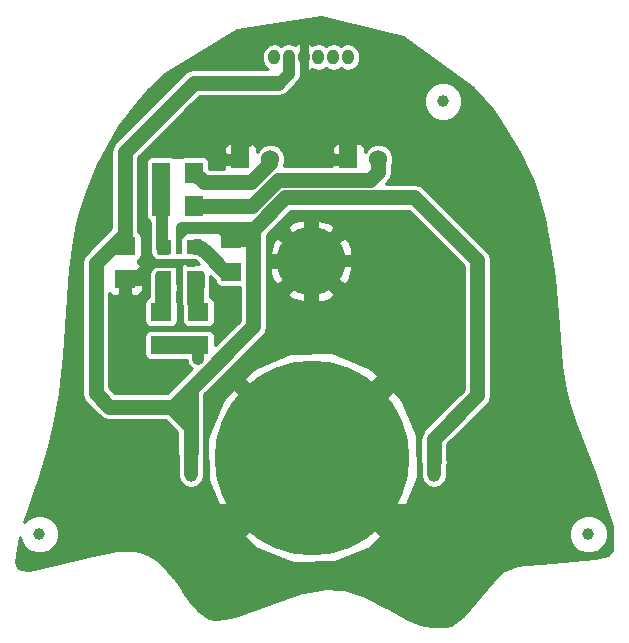
<source format=gbr>
G04 #@! TF.FileFunction,Copper,L2,Bot,Signal*
%FSLAX46Y46*%
G04 Gerber Fmt 4.6, Leading zero omitted, Abs format (unit mm)*
G04 Created by KiCad (PCBNEW 201610121319+7306~55~ubuntu14.04.1-) date Wed Oct 19 15:16:13 2016*
%MOMM*%
%LPD*%
G01*
G04 APERTURE LIST*
%ADD10C,0.100000*%
%ADD11O,1.110000X4.060000*%
%ADD12C,16.500000*%
%ADD13R,1.778000X1.524000*%
%ADD14O,1.000000X1.300000*%
%ADD15R,1.524000X1.524000*%
%ADD16C,1.524000*%
%ADD17R,1.524000X1.778000*%
%ADD18R,0.550000X1.200000*%
%ADD19C,5.800000*%
%ADD20C,1.000000*%
%ADD21C,0.600000*%
%ADD22C,0.508000*%
%ADD23C,1.016000*%
%ADD24C,1.270000*%
%ADD25C,1.524000*%
%ADD26C,2.032000*%
%ADD27C,0.762000*%
%ADD28C,0.254000*%
%ADD29C,0.203200*%
G04 APERTURE END LIST*
D10*
D11*
X116459000Y-87503000D03*
D12*
X106172000Y-87503000D03*
D11*
X95885000Y-87503000D03*
D13*
X90297000Y-69596000D03*
X90297000Y-72390000D03*
D14*
X102920000Y-53594000D03*
X104170000Y-53594000D03*
X105420000Y-53594000D03*
X106670000Y-53594000D03*
X107920000Y-53594000D03*
X109170000Y-53594000D03*
D15*
X100076000Y-62230000D03*
D16*
X102616000Y-62230000D03*
X111760000Y-62230000D03*
D15*
X109220000Y-62230000D03*
D17*
X93345000Y-63373000D03*
X96139000Y-63373000D03*
X96139000Y-66167000D03*
X93345000Y-66167000D03*
D13*
X93345000Y-75184000D03*
X93345000Y-77978000D03*
X96520000Y-77978000D03*
X96520000Y-75184000D03*
X99314000Y-68961000D03*
X99314000Y-71755000D03*
D18*
X95832600Y-72281695D03*
X94882600Y-72281695D03*
X93932600Y-72281695D03*
X93932600Y-69681495D03*
X94882600Y-69681495D03*
X95832600Y-69681495D03*
D19*
X106045000Y-70866000D03*
D20*
X83058000Y-93980000D03*
X117221000Y-57340500D03*
X129540000Y-93980000D03*
D21*
X123571000Y-65405000D03*
X122809000Y-64643000D03*
X122047000Y-63881000D03*
X121285000Y-63119000D03*
X120523000Y-62357000D03*
X119824500Y-61658500D03*
X119126000Y-60960000D03*
X118491000Y-60325000D03*
X117856000Y-59690000D03*
X90297000Y-81407000D03*
X90297000Y-73787000D03*
X90297000Y-74549000D03*
X90297000Y-75311000D03*
X90297000Y-76073000D03*
X90297000Y-76835000D03*
X90297000Y-77597000D03*
X90297000Y-78359000D03*
X90297000Y-79121000D03*
X90297000Y-79883000D03*
X90297000Y-80645000D03*
X127000000Y-92456000D03*
X125603000Y-92456000D03*
X124206000Y-92456000D03*
X122936000Y-92456000D03*
X121539000Y-92456000D03*
X120142000Y-92456000D03*
X118745000Y-92456000D03*
X117475000Y-92456000D03*
X116205000Y-92456000D03*
X114935000Y-92456000D03*
X86487000Y-92456000D03*
X87503000Y-92456000D03*
X88519000Y-92456000D03*
X89535000Y-92456000D03*
X90678000Y-92456000D03*
X91694000Y-92456000D03*
X92837000Y-92456000D03*
X93853000Y-92456000D03*
X94996000Y-92456000D03*
X96012000Y-92456000D03*
X97028000Y-92456000D03*
X98044000Y-92456000D03*
X112522000Y-81153000D03*
X113157000Y-80518000D03*
X115951000Y-77724000D03*
X115189000Y-78486000D03*
X113284000Y-70866000D03*
X112649000Y-70866000D03*
X112014000Y-70866000D03*
X111379000Y-70866000D03*
X110744000Y-70866000D03*
X110109000Y-70866000D03*
X109474000Y-70866000D03*
X94869000Y-70993000D03*
X96520000Y-79121000D03*
X93345000Y-73660000D03*
X96520000Y-73634600D03*
X96774000Y-69723000D03*
D22*
X95059500Y-67818000D02*
X95783400Y-67818000D01*
X95783400Y-67818000D02*
X96012000Y-68046600D01*
X94882600Y-67994900D02*
X95059500Y-67818000D01*
X94882600Y-68573495D02*
X94882600Y-67994900D01*
D23*
X98399600Y-68046600D02*
X96012000Y-68046600D01*
X96012000Y-68046600D02*
X95567500Y-68046600D01*
D22*
X94882600Y-69681495D02*
X94882600Y-68933533D01*
X94882600Y-68933533D02*
X95769533Y-68046600D01*
X95769533Y-68046600D02*
X96012000Y-68046600D01*
X94882600Y-69681495D02*
X94882600Y-68573495D01*
X94882600Y-68573495D02*
X95409495Y-68046600D01*
X95409495Y-68046600D02*
X95567500Y-68046600D01*
D23*
X103251000Y-55753000D02*
X103441500Y-55753000D01*
X103441500Y-55753000D02*
X104170000Y-55024500D01*
X104170000Y-55024500D02*
X104170000Y-53594000D01*
D24*
X101155500Y-68199000D02*
X103886000Y-65468500D01*
X114808000Y-65468500D02*
X120142000Y-70802500D01*
X103886000Y-65468500D02*
X114808000Y-65468500D01*
X120142000Y-82232500D02*
X116459000Y-85915500D01*
X120142000Y-70802500D02*
X120142000Y-82232500D01*
X116459000Y-85915500D02*
X116459000Y-87740000D01*
X116459000Y-87740000D02*
X116472000Y-87753000D01*
X95872000Y-87003000D02*
X95872000Y-84886500D01*
X95872000Y-84886500D02*
X94170500Y-83185000D01*
X95872000Y-83185000D02*
X94170500Y-83185000D01*
X94170500Y-83185000D02*
X88963500Y-83185000D01*
X95872000Y-81674000D02*
X94361000Y-83185000D01*
X94361000Y-83185000D02*
X94170500Y-83185000D01*
X87820500Y-82042000D02*
X87820500Y-71056500D01*
X88963500Y-83185000D02*
X87820500Y-82042000D01*
X87820500Y-71056500D02*
X89281000Y-69596000D01*
X90297000Y-69596000D02*
X90297000Y-68389500D01*
X90297000Y-68389500D02*
X90297000Y-61595000D01*
X89281000Y-69596000D02*
X90297000Y-68580000D01*
X90297000Y-68580000D02*
X90297000Y-68389500D01*
D23*
X98399600Y-68046600D02*
X101003100Y-68046600D01*
X101003100Y-68046600D02*
X101155500Y-68199000D01*
D24*
X101155500Y-69075933D02*
X101155500Y-68199000D01*
X101155500Y-69075933D02*
X101040567Y-68961000D01*
X101040567Y-68961000D02*
X99314000Y-68961000D01*
X95872000Y-83185000D02*
X95872000Y-81674000D01*
X95872000Y-81674000D02*
X101155500Y-76390500D01*
X101155500Y-76390500D02*
X101155500Y-69075933D01*
X97155000Y-55753000D02*
X103251000Y-55753000D01*
X90297000Y-61595000D02*
X96139000Y-55753000D01*
X96139000Y-55753000D02*
X97155000Y-55753000D01*
X89281000Y-69596000D02*
X90297000Y-69596000D01*
D23*
X98399600Y-68046600D02*
X99314000Y-68961000D01*
D24*
X95872000Y-83185000D02*
X95872000Y-86003000D01*
X95872000Y-86753000D02*
X95872000Y-86601000D01*
X106045000Y-70866000D02*
X106045000Y-74967219D01*
X106045000Y-70866000D02*
X106045000Y-67183000D01*
X106045000Y-70866000D02*
X102806500Y-70866000D01*
D25*
X109220000Y-59690000D02*
X117856000Y-59690000D01*
X117856000Y-59690000D02*
X118491000Y-60325000D01*
X118491000Y-60325000D02*
X119126000Y-60960000D01*
X119126000Y-60960000D02*
X119824500Y-61658500D01*
X119824500Y-61658500D02*
X120523000Y-62357000D01*
X120523000Y-62357000D02*
X121285000Y-63119000D01*
X121285000Y-63119000D02*
X122047000Y-63881000D01*
X122047000Y-63881000D02*
X122809000Y-64643000D01*
X122809000Y-64643000D02*
X123571000Y-65405000D01*
X123571000Y-65405000D02*
X124079000Y-65913000D01*
X109220000Y-62230000D02*
X109220000Y-59690000D01*
X101219000Y-59817000D02*
X100076000Y-60960000D01*
X100076000Y-60960000D02*
X100076000Y-62230000D01*
X101346000Y-59690000D02*
X101219000Y-59817000D01*
X109220000Y-59690000D02*
X101346000Y-59690000D01*
D23*
X90297000Y-80645000D02*
X90297000Y-81407000D01*
X90297000Y-81407000D02*
X90297000Y-81534000D01*
X90297000Y-79883000D02*
X90297000Y-80645000D01*
X90297000Y-79121000D02*
X90297000Y-79883000D01*
X90297000Y-78359000D02*
X90297000Y-79121000D01*
X90297000Y-77597000D02*
X90297000Y-78359000D01*
X90297000Y-76835000D02*
X90297000Y-77597000D01*
X90297000Y-76073000D02*
X90297000Y-76835000D01*
X90297000Y-75311000D02*
X90297000Y-76073000D01*
X90297000Y-74549000D02*
X90297000Y-75311000D01*
X90297000Y-73787000D02*
X90297000Y-74549000D01*
X90297000Y-72390000D02*
X90297000Y-73787000D01*
D26*
X106172000Y-87503000D02*
X111125000Y-92456000D01*
X111125000Y-92456000D02*
X114935000Y-92456000D01*
X114935000Y-92456000D02*
X116205000Y-92456000D01*
X116205000Y-92456000D02*
X117475000Y-92456000D01*
X117475000Y-92456000D02*
X118745000Y-92456000D01*
X118745000Y-92456000D02*
X120142000Y-92456000D01*
X120142000Y-92456000D02*
X121539000Y-92456000D01*
X121539000Y-92456000D02*
X122936000Y-92456000D01*
X122936000Y-92456000D02*
X124206000Y-92456000D01*
X124206000Y-92456000D02*
X125603000Y-92456000D01*
X125603000Y-92456000D02*
X127000000Y-92456000D01*
X127000000Y-92456000D02*
X127381000Y-92456000D01*
D23*
X106045000Y-70866000D02*
X109474000Y-70866000D01*
X109474000Y-70866000D02*
X110109000Y-70866000D01*
X110109000Y-70866000D02*
X110744000Y-70866000D01*
X110744000Y-70866000D02*
X111379000Y-70866000D01*
X111379000Y-70866000D02*
X112014000Y-70866000D01*
X112014000Y-70866000D02*
X112649000Y-70866000D01*
X112649000Y-70866000D02*
X113284000Y-70866000D01*
X113284000Y-70866000D02*
X113665000Y-70866000D01*
D26*
X106172000Y-87503000D02*
X112522000Y-81153000D01*
X112522000Y-81153000D02*
X113157000Y-80518000D01*
X113157000Y-80518000D02*
X115189000Y-78486000D01*
X115189000Y-78486000D02*
X114554000Y-79121000D01*
X114554000Y-79121000D02*
X113855500Y-79819500D01*
X113855500Y-79819500D02*
X115951000Y-77724000D01*
X115951000Y-77724000D02*
X116459000Y-77216000D01*
X106172000Y-87503000D02*
X101219000Y-92456000D01*
X101219000Y-92456000D02*
X94996000Y-92456000D01*
X94996000Y-92456000D02*
X96012000Y-92456000D01*
X96012000Y-92456000D02*
X97028000Y-92456000D01*
X97028000Y-92456000D02*
X98044000Y-92456000D01*
X98044000Y-92456000D02*
X92837000Y-92456000D01*
X92837000Y-92456000D02*
X93853000Y-92456000D01*
X93853000Y-92456000D02*
X90678000Y-92456000D01*
X90678000Y-92456000D02*
X91694000Y-92456000D01*
X91694000Y-92456000D02*
X86487000Y-92456000D01*
X86487000Y-92456000D02*
X87503000Y-92456000D01*
X87503000Y-92456000D02*
X88519000Y-92456000D01*
X88519000Y-92456000D02*
X89535000Y-92456000D01*
X89535000Y-92456000D02*
X85852000Y-92456000D01*
X106172000Y-87503000D02*
X106045000Y-87503000D01*
X106172000Y-87503000D02*
X105918000Y-87503000D01*
D27*
X90297000Y-72390000D02*
X90932000Y-72390000D01*
X90932000Y-72390000D02*
X92329000Y-70993000D01*
X92329000Y-70993000D02*
X94869000Y-70993000D01*
D22*
X94869000Y-72268095D02*
X94869000Y-70993000D01*
X94882600Y-72281695D02*
X94869000Y-72268095D01*
D23*
X96520000Y-77978000D02*
X96520000Y-78696736D01*
X96520000Y-78696736D02*
X96520000Y-79121000D01*
D25*
X93345000Y-77978000D02*
X96520000Y-77978000D01*
D28*
X93932600Y-72281695D02*
X93932600Y-72063200D01*
X93932600Y-72063200D02*
X93649800Y-71780400D01*
X93649800Y-71780400D02*
X93129100Y-71780400D01*
X93129100Y-71780400D02*
X92964000Y-71945500D01*
X92964000Y-71945500D02*
X92964000Y-73253600D01*
X92964000Y-73253600D02*
X93345000Y-73660000D01*
D22*
X93932600Y-72281695D02*
X93932600Y-74596400D01*
X93932600Y-74596400D02*
X93345000Y-75184000D01*
D23*
X93345000Y-73583800D02*
X93345000Y-72288400D01*
X93345000Y-72288400D02*
X93351705Y-72281695D01*
D29*
X93932600Y-72281695D02*
X93351705Y-72281695D01*
X93351705Y-72281695D02*
X93345000Y-72288400D01*
D23*
X93345000Y-75184000D02*
X93345000Y-73583800D01*
X93345000Y-73583800D02*
X93345000Y-73660000D01*
D22*
X95832600Y-72281695D02*
X95832600Y-74496600D01*
X95832600Y-74496600D02*
X96520000Y-75184000D01*
D28*
X96122490Y-71789290D02*
X96744790Y-71789290D01*
X96744790Y-71789290D02*
X96898460Y-71942960D01*
X96898460Y-71942960D02*
X96898460Y-71963280D01*
X95832600Y-72281695D02*
X96151015Y-71963280D01*
X96151015Y-71963280D02*
X96898460Y-71963280D01*
X96791780Y-73047860D02*
X96520000Y-72776080D01*
X96898460Y-71963280D02*
X96898460Y-72138540D01*
X96898460Y-72138540D02*
X96898460Y-73047860D01*
X96898460Y-73047860D02*
X96791780Y-73047860D01*
X95832600Y-72281695D02*
X95832600Y-72079180D01*
X95832600Y-72079180D02*
X96122490Y-71789290D01*
X96122490Y-71789290D02*
X96123760Y-71788020D01*
X96123760Y-71788020D02*
X96128840Y-71788020D01*
D23*
X96520000Y-73634600D02*
X96520000Y-72776080D01*
X96520000Y-72776080D02*
X96520000Y-72517000D01*
X96520000Y-72517000D02*
X96284695Y-72281695D01*
D28*
X95832600Y-72281695D02*
X96284695Y-72281695D01*
X96284695Y-72281695D02*
X96291400Y-72288400D01*
D23*
X96520000Y-75184000D02*
X96520000Y-73634600D01*
D28*
X95832600Y-69681495D02*
X95894295Y-69681495D01*
X95894295Y-69681495D02*
X96380300Y-70167500D01*
X95832600Y-69681495D02*
X95832600Y-69848400D01*
X95832600Y-69848400D02*
X96151700Y-70167500D01*
X96151700Y-70167500D02*
X96380300Y-70167500D01*
X96380300Y-70167500D02*
X97218500Y-70167500D01*
D22*
X95832600Y-69681495D02*
X95832600Y-69587440D01*
X95830060Y-69650940D02*
X96189800Y-69291200D01*
X96774000Y-69357240D02*
X96774000Y-69723000D01*
X96711770Y-69305170D02*
X96841310Y-69434710D01*
X96194880Y-69291200D02*
X96647000Y-69291200D01*
X95832600Y-69681495D02*
X95874105Y-69723000D01*
X95874105Y-69723000D02*
X96774000Y-69723000D01*
D24*
X98806000Y-71755000D02*
X97218500Y-70167500D01*
X97218500Y-70167500D02*
X96774000Y-69723000D01*
D22*
X96732495Y-69681495D02*
X96774000Y-69723000D01*
D24*
X99314000Y-71755000D02*
X98806000Y-71755000D01*
X102616000Y-62230000D02*
X102616000Y-62547500D01*
X102616000Y-62547500D02*
X100965000Y-64198500D01*
X100965000Y-64198500D02*
X96964500Y-64198500D01*
X96964500Y-64198500D02*
X96139000Y-63373000D01*
X96139000Y-66167000D02*
X101079934Y-66167000D01*
X111760000Y-63307630D02*
X111760000Y-62230000D01*
X101079934Y-66167000D02*
X103251645Y-63995289D01*
X103251645Y-63995289D02*
X111072341Y-63995289D01*
X111072341Y-63995289D02*
X111760000Y-63307630D01*
D28*
X93098620Y-70157340D02*
X93091000Y-70149720D01*
X93930922Y-70157340D02*
X93098620Y-70157340D01*
X93091000Y-69575680D02*
X93472000Y-69575680D01*
X93091000Y-70149720D02*
X93091000Y-69575680D01*
X93932600Y-69681495D02*
X93932600Y-70159018D01*
X93932600Y-70159018D02*
X93930922Y-70157340D01*
D23*
X93345000Y-66167000D02*
X93472000Y-66294000D01*
X93472000Y-66294000D02*
X93472000Y-69575680D01*
X93472000Y-69575680D02*
X93472000Y-69723000D01*
D28*
X93891095Y-69723000D02*
X93472000Y-69723000D01*
X93932600Y-69681495D02*
X93891095Y-69723000D01*
D25*
X93345000Y-63373000D02*
X93345000Y-66167000D01*
D28*
G36*
X113851172Y-51854365D02*
X119709014Y-56096463D01*
X121345059Y-58001113D01*
X122051897Y-58976061D01*
X123670310Y-61615319D01*
X124810363Y-64093697D01*
X124973147Y-64558792D01*
X125772089Y-67255221D01*
X126397300Y-70631358D01*
X126596594Y-72300447D01*
X127002002Y-77393388D01*
X127002814Y-77396259D01*
X127002494Y-77399223D01*
X127205694Y-79685222D01*
X127210929Y-79703090D01*
X127210001Y-79721685D01*
X127438601Y-81271085D01*
X127447001Y-81294620D01*
X127447698Y-81319599D01*
X127777897Y-82767399D01*
X127788712Y-82791579D01*
X127791628Y-82817901D01*
X128274228Y-84341901D01*
X128283616Y-84358962D01*
X128286926Y-84378152D01*
X128794925Y-85698951D01*
X128796535Y-85701499D01*
X128797075Y-85704463D01*
X130085270Y-88962839D01*
X131488317Y-93272198D01*
X131523985Y-93468374D01*
X131572000Y-94452682D01*
X131572000Y-95053294D01*
X131514335Y-95312786D01*
X131219208Y-95716643D01*
X130864487Y-95855447D01*
X130115775Y-95991576D01*
X125496892Y-96395413D01*
X125495300Y-96395877D01*
X125493654Y-96395705D01*
X124122054Y-96522705D01*
X124096697Y-96530235D01*
X124070246Y-96529662D01*
X123206646Y-96682062D01*
X123136920Y-96709188D01*
X123063809Y-96725060D01*
X122479609Y-96979061D01*
X122420857Y-97019816D01*
X122356119Y-97050189D01*
X121873519Y-97405790D01*
X121823446Y-97460693D01*
X121765314Y-97506987D01*
X118873521Y-100926847D01*
X118274859Y-101458991D01*
X117898636Y-101665913D01*
X117469737Y-101777800D01*
X116246874Y-101777800D01*
X115302072Y-101575342D01*
X114222473Y-101129421D01*
X112452686Y-100132358D01*
X112435972Y-100126880D01*
X112422019Y-100116167D01*
X110466219Y-99150967D01*
X110420871Y-99138802D01*
X110379847Y-99115968D01*
X108881247Y-98633369D01*
X108788225Y-98622605D01*
X108696679Y-98602880D01*
X107096478Y-98577480D01*
X107031641Y-98589310D01*
X106965736Y-98588970D01*
X105390936Y-98893770D01*
X105347588Y-98911464D01*
X105301235Y-98918058D01*
X99617754Y-100913591D01*
X98732654Y-101123220D01*
X97916965Y-101187617D01*
X97403137Y-101063589D01*
X96586942Y-100462182D01*
X95799349Y-99628260D01*
X95219552Y-98758565D01*
X95211204Y-98750200D01*
X95206297Y-98739451D01*
X94418897Y-97647251D01*
X94398118Y-97627901D01*
X94384091Y-97603214D01*
X93571291Y-96663414D01*
X93552936Y-96649128D01*
X93540013Y-96629787D01*
X93260613Y-96350387D01*
X93206607Y-96314301D01*
X93160328Y-96268727D01*
X92271328Y-95684527D01*
X92169179Y-95643130D01*
X92068946Y-95597294D01*
X91103746Y-95368694D01*
X91029888Y-95366019D01*
X90957400Y-95351600D01*
X89763600Y-95351600D01*
X89707350Y-95362789D01*
X89650008Y-95361843D01*
X87973608Y-95666643D01*
X87956126Y-95673549D01*
X87937342Y-95674336D01*
X82633089Y-96962512D01*
X82046206Y-97046352D01*
X81472715Y-96956744D01*
X81262717Y-96809746D01*
X81109835Y-96320522D01*
X81198245Y-95193290D01*
X81414773Y-94240570D01*
X81414716Y-94305379D01*
X81664320Y-94909469D01*
X82126100Y-95372055D01*
X82729753Y-95622714D01*
X83383379Y-95623284D01*
X83987469Y-95373680D01*
X84450055Y-94911900D01*
X84700714Y-94308247D01*
X84700855Y-94145425D01*
X100247995Y-94145425D01*
X101266573Y-95119002D01*
X104554495Y-96416494D01*
X108088666Y-96356987D01*
X111077427Y-95119002D01*
X111928657Y-94305379D01*
X127896716Y-94305379D01*
X128146320Y-94909469D01*
X128608100Y-95372055D01*
X129211753Y-95622714D01*
X129865379Y-95623284D01*
X130469469Y-95373680D01*
X130932055Y-94911900D01*
X131182714Y-94308247D01*
X131183284Y-93654621D01*
X130933680Y-93050531D01*
X130471900Y-92587945D01*
X129868247Y-92337286D01*
X129214621Y-92336716D01*
X128610531Y-92586320D01*
X128147945Y-93048100D01*
X127897286Y-93651753D01*
X127896716Y-94305379D01*
X111928657Y-94305379D01*
X112096005Y-94145425D01*
X106172000Y-88221420D01*
X100247995Y-94145425D01*
X84700855Y-94145425D01*
X84701284Y-93654621D01*
X84451680Y-93050531D01*
X83989900Y-92587945D01*
X83386247Y-92337286D01*
X82732621Y-92336716D01*
X82128531Y-92586320D01*
X81782200Y-92932048D01*
X82009414Y-92250405D01*
X83076214Y-89050004D01*
X83077325Y-89041190D01*
X83081510Y-89033355D01*
X83843510Y-86518755D01*
X83845233Y-86501212D01*
X83852675Y-86485232D01*
X84386075Y-84300832D01*
X84387002Y-84279358D01*
X84394756Y-84259309D01*
X84775756Y-82074908D01*
X84775246Y-82053355D01*
X84781658Y-82032773D01*
X84959458Y-80356373D01*
X84959235Y-80353918D01*
X84959950Y-80351559D01*
X85112350Y-78802159D01*
X85111550Y-78794044D01*
X85113719Y-78786179D01*
X85645968Y-71486761D01*
X85699014Y-71056500D01*
X86677500Y-71056500D01*
X86677500Y-82042000D01*
X86764506Y-82479407D01*
X87012277Y-82850223D01*
X88155277Y-83993223D01*
X88526093Y-84240994D01*
X88963500Y-84328000D01*
X93697054Y-84328000D01*
X94729000Y-85359946D01*
X94729000Y-87003000D01*
X94816006Y-87440407D01*
X94822000Y-87449378D01*
X94822000Y-89027722D01*
X94902916Y-89434514D01*
X95133345Y-89779377D01*
X95478208Y-90009806D01*
X95885000Y-90090722D01*
X96291792Y-90009806D01*
X96636655Y-89779377D01*
X96867084Y-89434514D01*
X96948000Y-89027722D01*
X96948000Y-87339830D01*
X97015000Y-87003000D01*
X97015000Y-85885495D01*
X97258506Y-85885495D01*
X97318013Y-89419666D01*
X98555998Y-92408427D01*
X99529575Y-93427005D01*
X105453580Y-87503000D01*
X106890420Y-87503000D01*
X112814425Y-93427005D01*
X113788002Y-92408427D01*
X115085494Y-89120505D01*
X115025987Y-85586334D01*
X113788002Y-82597573D01*
X112814425Y-81578995D01*
X106890420Y-87503000D01*
X105453580Y-87503000D01*
X99529575Y-81578995D01*
X98555998Y-82597573D01*
X97258506Y-85885495D01*
X97015000Y-85885495D01*
X97015000Y-82147446D01*
X98301871Y-80860575D01*
X100247995Y-80860575D01*
X106172000Y-86784580D01*
X112096005Y-80860575D01*
X111077427Y-79886998D01*
X107789505Y-78589506D01*
X104255334Y-78649013D01*
X101266573Y-79886998D01*
X100247995Y-80860575D01*
X98301871Y-80860575D01*
X101963723Y-77198723D01*
X102211494Y-76827907D01*
X102298500Y-76390500D01*
X102298500Y-73634924D01*
X103994496Y-73634924D01*
X104358601Y-74051391D01*
X105705966Y-74454274D01*
X107104947Y-74310876D01*
X107731399Y-74051391D01*
X108095504Y-73634924D01*
X106045000Y-71584420D01*
X103994496Y-73634924D01*
X102298500Y-73634924D01*
X102298500Y-70526966D01*
X102456726Y-70526966D01*
X102600124Y-71925947D01*
X102859609Y-72552399D01*
X103276076Y-72916504D01*
X105326580Y-70866000D01*
X106763420Y-70866000D01*
X108813924Y-72916504D01*
X109230391Y-72552399D01*
X109633274Y-71205034D01*
X109489876Y-69806053D01*
X109230391Y-69179601D01*
X108813924Y-68815496D01*
X106763420Y-70866000D01*
X105326580Y-70866000D01*
X103276076Y-68815496D01*
X102859609Y-69179601D01*
X102456726Y-70526966D01*
X102298500Y-70526966D01*
X102298500Y-68672446D01*
X102873870Y-68097076D01*
X103994496Y-68097076D01*
X106045000Y-70147580D01*
X108095504Y-68097076D01*
X107731399Y-67680609D01*
X106384034Y-67277726D01*
X104985053Y-67421124D01*
X104358601Y-67680609D01*
X103994496Y-68097076D01*
X102873870Y-68097076D01*
X104359446Y-66611500D01*
X114334554Y-66611500D01*
X118999000Y-71275946D01*
X118999000Y-81759054D01*
X115650777Y-85107277D01*
X115403006Y-85478093D01*
X115316000Y-85915500D01*
X115316000Y-87740000D01*
X115396000Y-88142186D01*
X115396000Y-89027722D01*
X115476916Y-89434514D01*
X115707345Y-89779377D01*
X116052208Y-90009806D01*
X116459000Y-90090722D01*
X116865792Y-90009806D01*
X117210655Y-89779377D01*
X117441084Y-89434514D01*
X117522000Y-89027722D01*
X117522000Y-88199378D01*
X117527994Y-88190407D01*
X117615000Y-87753000D01*
X117602000Y-87687645D01*
X117602000Y-86388946D01*
X120950223Y-83040723D01*
X121197994Y-82669907D01*
X121285000Y-82232500D01*
X121285000Y-70802500D01*
X121197994Y-70365093D01*
X120950223Y-69994277D01*
X115616223Y-64660277D01*
X115245407Y-64412506D01*
X114808000Y-64325500D01*
X112358576Y-64325500D01*
X112568223Y-64115853D01*
X112815994Y-63745037D01*
X112903000Y-63307630D01*
X112903000Y-62789045D01*
X113029779Y-62483727D01*
X113030220Y-61978490D01*
X112837282Y-61511542D01*
X112480337Y-61153974D01*
X112013727Y-60960221D01*
X111508490Y-60959780D01*
X111041542Y-61152718D01*
X110683974Y-61509663D01*
X110617000Y-61670955D01*
X110617000Y-61341690D01*
X110520327Y-61108301D01*
X110341698Y-60929673D01*
X110108309Y-60833000D01*
X109759750Y-60833000D01*
X109601000Y-60991750D01*
X109601000Y-61849000D01*
X109748000Y-61849000D01*
X109748000Y-62611000D01*
X109601000Y-62611000D01*
X109601000Y-62758000D01*
X108839000Y-62758000D01*
X108839000Y-62611000D01*
X107981750Y-62611000D01*
X107823000Y-62769750D01*
X107823000Y-62852289D01*
X103732739Y-62852289D01*
X103885779Y-62483727D01*
X103886220Y-61978490D01*
X103693282Y-61511542D01*
X103523726Y-61341690D01*
X107823000Y-61341690D01*
X107823000Y-61690250D01*
X107981750Y-61849000D01*
X108839000Y-61849000D01*
X108839000Y-60991750D01*
X108680250Y-60833000D01*
X108331691Y-60833000D01*
X108098302Y-60929673D01*
X107919673Y-61108301D01*
X107823000Y-61341690D01*
X103523726Y-61341690D01*
X103336337Y-61153974D01*
X102869727Y-60960221D01*
X102364490Y-60959780D01*
X101897542Y-61152718D01*
X101539974Y-61509663D01*
X101473000Y-61670955D01*
X101473000Y-61341690D01*
X101376327Y-61108301D01*
X101197698Y-60929673D01*
X100964309Y-60833000D01*
X100615750Y-60833000D01*
X100457000Y-60991750D01*
X100457000Y-61849000D01*
X100604000Y-61849000D01*
X100604000Y-62611000D01*
X100457000Y-62611000D01*
X100457000Y-62758000D01*
X99695000Y-62758000D01*
X99695000Y-62611000D01*
X98837750Y-62611000D01*
X98679000Y-62769750D01*
X98679000Y-63055500D01*
X97437946Y-63055500D01*
X97418952Y-63036506D01*
X97418952Y-62484000D01*
X97379525Y-62285788D01*
X97267247Y-62117753D01*
X97099212Y-62005475D01*
X96901000Y-61966048D01*
X95377000Y-61966048D01*
X95178788Y-62005475D01*
X95127866Y-62039500D01*
X94356134Y-62039500D01*
X94305212Y-62005475D01*
X94107000Y-61966048D01*
X92583000Y-61966048D01*
X92384788Y-62005475D01*
X92216753Y-62117753D01*
X92104475Y-62285788D01*
X92065048Y-62484000D01*
X92065048Y-64262000D01*
X92075000Y-64312032D01*
X92075000Y-65227968D01*
X92065048Y-65278000D01*
X92065048Y-67056000D01*
X92104475Y-67254212D01*
X92216753Y-67422247D01*
X92384788Y-67534525D01*
X92456000Y-67548690D01*
X92456000Y-70149720D01*
X92504336Y-70392724D01*
X92641987Y-70598733D01*
X92649607Y-70606353D01*
X92855615Y-70744004D01*
X93098620Y-70792340D01*
X93621871Y-70792340D01*
X93657600Y-70799447D01*
X94207600Y-70799447D01*
X94405812Y-70760020D01*
X94407600Y-70758825D01*
X94409388Y-70760020D01*
X94607600Y-70799447D01*
X95157600Y-70799447D01*
X95355812Y-70760020D01*
X95357600Y-70758825D01*
X95359388Y-70760020D01*
X95557600Y-70799447D01*
X96107600Y-70799447D01*
X96121973Y-70796588D01*
X96151700Y-70802501D01*
X96151705Y-70802500D01*
X96237054Y-70802500D01*
X96588844Y-71154290D01*
X96135225Y-71154290D01*
X96128840Y-71153020D01*
X96123760Y-71153020D01*
X96069851Y-71163743D01*
X95557600Y-71163743D01*
X95540979Y-71167049D01*
X95517298Y-71143368D01*
X95283909Y-71046695D01*
X95178850Y-71046695D01*
X95020100Y-71205445D01*
X95020100Y-71981695D01*
X95039648Y-71981695D01*
X95039648Y-72581695D01*
X95020100Y-72581695D01*
X95020100Y-73357945D01*
X95070600Y-73408445D01*
X95070600Y-74496600D01*
X95113048Y-74710000D01*
X95113048Y-75946000D01*
X95152475Y-76144212D01*
X95264753Y-76312247D01*
X95432788Y-76424525D01*
X95631000Y-76463952D01*
X97409000Y-76463952D01*
X97607212Y-76424525D01*
X97775247Y-76312247D01*
X97887525Y-76144212D01*
X97926952Y-75946000D01*
X97926952Y-74422000D01*
X97887525Y-74223788D01*
X97775247Y-74055753D01*
X97607212Y-73943475D01*
X97536000Y-73929310D01*
X97536000Y-72517000D01*
X97533460Y-72504231D01*
X97533460Y-72098906D01*
X97907048Y-72472494D01*
X97907048Y-72517000D01*
X97946475Y-72715212D01*
X98058753Y-72883247D01*
X98226788Y-72995525D01*
X98425000Y-73034952D01*
X100012500Y-73034952D01*
X100012500Y-75917054D01*
X97926952Y-78002602D01*
X97926952Y-77216000D01*
X97887525Y-77017788D01*
X97775247Y-76849753D01*
X97607212Y-76737475D01*
X97409000Y-76698048D01*
X95631000Y-76698048D01*
X95580968Y-76708000D01*
X94284032Y-76708000D01*
X94234000Y-76698048D01*
X92456000Y-76698048D01*
X92257788Y-76737475D01*
X92089753Y-76849753D01*
X91977475Y-77017788D01*
X91938048Y-77216000D01*
X91938048Y-78740000D01*
X91977475Y-78938212D01*
X92089753Y-79106247D01*
X92257788Y-79218525D01*
X92456000Y-79257952D01*
X94234000Y-79257952D01*
X94284032Y-79248000D01*
X95529262Y-79248000D01*
X95581338Y-79509806D01*
X95801580Y-79839420D01*
X95974555Y-79954999D01*
X93887554Y-82042000D01*
X89436946Y-82042000D01*
X88963500Y-81568554D01*
X88963500Y-74422000D01*
X91938048Y-74422000D01*
X91938048Y-75946000D01*
X91977475Y-76144212D01*
X92089753Y-76312247D01*
X92257788Y-76424525D01*
X92456000Y-76463952D01*
X94234000Y-76463952D01*
X94432212Y-76424525D01*
X94600247Y-76312247D01*
X94712525Y-76144212D01*
X94751952Y-75946000D01*
X94751952Y-74422000D01*
X94712525Y-74223788D01*
X94694600Y-74196961D01*
X94694600Y-73408445D01*
X94745100Y-73357945D01*
X94745100Y-72581695D01*
X94725552Y-72581695D01*
X94725552Y-71981695D01*
X94745100Y-71981695D01*
X94745100Y-71205445D01*
X94586350Y-71046695D01*
X94481291Y-71046695D01*
X94247902Y-71143368D01*
X94224221Y-71167049D01*
X94207600Y-71163743D01*
X93742017Y-71163743D01*
X93649800Y-71145400D01*
X93129105Y-71145400D01*
X93129100Y-71145399D01*
X92886096Y-71193736D01*
X92680087Y-71331387D01*
X92514987Y-71496487D01*
X92377336Y-71702496D01*
X92329000Y-71945500D01*
X92329000Y-73929310D01*
X92257788Y-73943475D01*
X92089753Y-74055753D01*
X91977475Y-74223788D01*
X91938048Y-74422000D01*
X88963500Y-74422000D01*
X88963500Y-73605526D01*
X89048301Y-73690327D01*
X89281690Y-73787000D01*
X89693750Y-73787000D01*
X89852500Y-73628250D01*
X89852500Y-72771000D01*
X90741500Y-72771000D01*
X90741500Y-73628250D01*
X90900250Y-73787000D01*
X91312310Y-73787000D01*
X91545699Y-73690327D01*
X91724327Y-73511698D01*
X91821000Y-73278309D01*
X91821000Y-72929750D01*
X91662250Y-72771000D01*
X90741500Y-72771000D01*
X89852500Y-72771000D01*
X89769000Y-72771000D01*
X89769000Y-72009000D01*
X89852500Y-72009000D01*
X89852500Y-71862000D01*
X90741500Y-71862000D01*
X90741500Y-72009000D01*
X91662250Y-72009000D01*
X91821000Y-71850250D01*
X91821000Y-71501691D01*
X91724327Y-71268302D01*
X91545699Y-71089673D01*
X91440000Y-71045891D01*
X91440000Y-70799248D01*
X91552247Y-70724247D01*
X91664525Y-70556212D01*
X91703952Y-70358000D01*
X91703952Y-68834000D01*
X91664525Y-68635788D01*
X91552247Y-68467753D01*
X91440000Y-68392752D01*
X91440000Y-62068446D01*
X92166756Y-61341690D01*
X98679000Y-61341690D01*
X98679000Y-61690250D01*
X98837750Y-61849000D01*
X99695000Y-61849000D01*
X99695000Y-60991750D01*
X99536250Y-60833000D01*
X99187691Y-60833000D01*
X98954302Y-60929673D01*
X98775673Y-61108301D01*
X98679000Y-61341690D01*
X92166756Y-61341690D01*
X95842567Y-57665879D01*
X115577716Y-57665879D01*
X115827320Y-58269969D01*
X116289100Y-58732555D01*
X116892753Y-58983214D01*
X117546379Y-58983784D01*
X118150469Y-58734180D01*
X118613055Y-58272400D01*
X118863714Y-57668747D01*
X118864284Y-57015121D01*
X118614680Y-56411031D01*
X118152900Y-55948445D01*
X117549247Y-55697786D01*
X116895621Y-55697216D01*
X116291531Y-55946820D01*
X115828945Y-56408600D01*
X115578286Y-57012253D01*
X115577716Y-57665879D01*
X95842567Y-57665879D01*
X96612446Y-56896000D01*
X103251000Y-56896000D01*
X103688407Y-56808994D01*
X104059223Y-56561223D01*
X104086406Y-56520541D01*
X104159920Y-56471420D01*
X104888421Y-55742920D01*
X105108662Y-55413307D01*
X105186000Y-55024500D01*
X105186000Y-53594000D01*
X105178000Y-53553781D01*
X105178000Y-53421313D01*
X105662000Y-53421313D01*
X105662000Y-53766687D01*
X105692297Y-53919000D01*
X105670000Y-53919000D01*
X105670000Y-54687697D01*
X105840115Y-54798386D01*
X105930675Y-54744613D01*
X106124769Y-54591393D01*
X106284255Y-54697958D01*
X106670000Y-54774687D01*
X107055745Y-54697958D01*
X107295000Y-54538093D01*
X107534255Y-54697958D01*
X107920000Y-54774687D01*
X108305745Y-54697958D01*
X108545000Y-54538093D01*
X108784255Y-54697958D01*
X109170000Y-54774687D01*
X109555745Y-54697958D01*
X109882764Y-54479451D01*
X110101271Y-54152432D01*
X110178000Y-53766687D01*
X110178000Y-53421313D01*
X110101271Y-53035568D01*
X109882764Y-52708549D01*
X109555745Y-52490042D01*
X109170000Y-52413313D01*
X108784255Y-52490042D01*
X108545000Y-52649907D01*
X108305745Y-52490042D01*
X107920000Y-52413313D01*
X107534255Y-52490042D01*
X107295000Y-52649907D01*
X107055745Y-52490042D01*
X106670000Y-52413313D01*
X106284255Y-52490042D01*
X106124769Y-52596607D01*
X105930675Y-52443387D01*
X105840115Y-52389614D01*
X105670000Y-52500303D01*
X105670000Y-53269000D01*
X105692297Y-53269000D01*
X105662000Y-53421313D01*
X105178000Y-53421313D01*
X105147703Y-53269000D01*
X105170000Y-53269000D01*
X105170000Y-52500303D01*
X104999885Y-52389614D01*
X104909325Y-52443387D01*
X104715231Y-52596607D01*
X104555745Y-52490042D01*
X104170000Y-52413313D01*
X103784255Y-52490042D01*
X103545000Y-52649907D01*
X103305745Y-52490042D01*
X102920000Y-52413313D01*
X102534255Y-52490042D01*
X102207236Y-52708549D01*
X101988729Y-53035568D01*
X101912000Y-53421313D01*
X101912000Y-53766687D01*
X101988729Y-54152432D01*
X102207236Y-54479451D01*
X102402616Y-54610000D01*
X96139000Y-54610000D01*
X95701593Y-54697006D01*
X95330777Y-54944777D01*
X89488777Y-60786777D01*
X89241006Y-61157593D01*
X89154000Y-61595000D01*
X89154000Y-68106554D01*
X87012277Y-70248277D01*
X86764506Y-70619093D01*
X86677500Y-71056500D01*
X85699014Y-71056500D01*
X85870779Y-69663300D01*
X86143603Y-68075956D01*
X86487902Y-66698761D01*
X86982331Y-65190755D01*
X88000633Y-62657419D01*
X89810891Y-59433672D01*
X91429318Y-57367064D01*
X92236148Y-56364638D01*
X93535412Y-55156551D01*
X93550626Y-55150911D01*
X99775186Y-51323196D01*
X106866006Y-50188837D01*
X113851172Y-51854365D01*
X113851172Y-51854365D01*
G37*
X113851172Y-51854365D02*
X119709014Y-56096463D01*
X121345059Y-58001113D01*
X122051897Y-58976061D01*
X123670310Y-61615319D01*
X124810363Y-64093697D01*
X124973147Y-64558792D01*
X125772089Y-67255221D01*
X126397300Y-70631358D01*
X126596594Y-72300447D01*
X127002002Y-77393388D01*
X127002814Y-77396259D01*
X127002494Y-77399223D01*
X127205694Y-79685222D01*
X127210929Y-79703090D01*
X127210001Y-79721685D01*
X127438601Y-81271085D01*
X127447001Y-81294620D01*
X127447698Y-81319599D01*
X127777897Y-82767399D01*
X127788712Y-82791579D01*
X127791628Y-82817901D01*
X128274228Y-84341901D01*
X128283616Y-84358962D01*
X128286926Y-84378152D01*
X128794925Y-85698951D01*
X128796535Y-85701499D01*
X128797075Y-85704463D01*
X130085270Y-88962839D01*
X131488317Y-93272198D01*
X131523985Y-93468374D01*
X131572000Y-94452682D01*
X131572000Y-95053294D01*
X131514335Y-95312786D01*
X131219208Y-95716643D01*
X130864487Y-95855447D01*
X130115775Y-95991576D01*
X125496892Y-96395413D01*
X125495300Y-96395877D01*
X125493654Y-96395705D01*
X124122054Y-96522705D01*
X124096697Y-96530235D01*
X124070246Y-96529662D01*
X123206646Y-96682062D01*
X123136920Y-96709188D01*
X123063809Y-96725060D01*
X122479609Y-96979061D01*
X122420857Y-97019816D01*
X122356119Y-97050189D01*
X121873519Y-97405790D01*
X121823446Y-97460693D01*
X121765314Y-97506987D01*
X118873521Y-100926847D01*
X118274859Y-101458991D01*
X117898636Y-101665913D01*
X117469737Y-101777800D01*
X116246874Y-101777800D01*
X115302072Y-101575342D01*
X114222473Y-101129421D01*
X112452686Y-100132358D01*
X112435972Y-100126880D01*
X112422019Y-100116167D01*
X110466219Y-99150967D01*
X110420871Y-99138802D01*
X110379847Y-99115968D01*
X108881247Y-98633369D01*
X108788225Y-98622605D01*
X108696679Y-98602880D01*
X107096478Y-98577480D01*
X107031641Y-98589310D01*
X106965736Y-98588970D01*
X105390936Y-98893770D01*
X105347588Y-98911464D01*
X105301235Y-98918058D01*
X99617754Y-100913591D01*
X98732654Y-101123220D01*
X97916965Y-101187617D01*
X97403137Y-101063589D01*
X96586942Y-100462182D01*
X95799349Y-99628260D01*
X95219552Y-98758565D01*
X95211204Y-98750200D01*
X95206297Y-98739451D01*
X94418897Y-97647251D01*
X94398118Y-97627901D01*
X94384091Y-97603214D01*
X93571291Y-96663414D01*
X93552936Y-96649128D01*
X93540013Y-96629787D01*
X93260613Y-96350387D01*
X93206607Y-96314301D01*
X93160328Y-96268727D01*
X92271328Y-95684527D01*
X92169179Y-95643130D01*
X92068946Y-95597294D01*
X91103746Y-95368694D01*
X91029888Y-95366019D01*
X90957400Y-95351600D01*
X89763600Y-95351600D01*
X89707350Y-95362789D01*
X89650008Y-95361843D01*
X87973608Y-95666643D01*
X87956126Y-95673549D01*
X87937342Y-95674336D01*
X82633089Y-96962512D01*
X82046206Y-97046352D01*
X81472715Y-96956744D01*
X81262717Y-96809746D01*
X81109835Y-96320522D01*
X81198245Y-95193290D01*
X81414773Y-94240570D01*
X81414716Y-94305379D01*
X81664320Y-94909469D01*
X82126100Y-95372055D01*
X82729753Y-95622714D01*
X83383379Y-95623284D01*
X83987469Y-95373680D01*
X84450055Y-94911900D01*
X84700714Y-94308247D01*
X84700855Y-94145425D01*
X100247995Y-94145425D01*
X101266573Y-95119002D01*
X104554495Y-96416494D01*
X108088666Y-96356987D01*
X111077427Y-95119002D01*
X111928657Y-94305379D01*
X127896716Y-94305379D01*
X128146320Y-94909469D01*
X128608100Y-95372055D01*
X129211753Y-95622714D01*
X129865379Y-95623284D01*
X130469469Y-95373680D01*
X130932055Y-94911900D01*
X131182714Y-94308247D01*
X131183284Y-93654621D01*
X130933680Y-93050531D01*
X130471900Y-92587945D01*
X129868247Y-92337286D01*
X129214621Y-92336716D01*
X128610531Y-92586320D01*
X128147945Y-93048100D01*
X127897286Y-93651753D01*
X127896716Y-94305379D01*
X111928657Y-94305379D01*
X112096005Y-94145425D01*
X106172000Y-88221420D01*
X100247995Y-94145425D01*
X84700855Y-94145425D01*
X84701284Y-93654621D01*
X84451680Y-93050531D01*
X83989900Y-92587945D01*
X83386247Y-92337286D01*
X82732621Y-92336716D01*
X82128531Y-92586320D01*
X81782200Y-92932048D01*
X82009414Y-92250405D01*
X83076214Y-89050004D01*
X83077325Y-89041190D01*
X83081510Y-89033355D01*
X83843510Y-86518755D01*
X83845233Y-86501212D01*
X83852675Y-86485232D01*
X84386075Y-84300832D01*
X84387002Y-84279358D01*
X84394756Y-84259309D01*
X84775756Y-82074908D01*
X84775246Y-82053355D01*
X84781658Y-82032773D01*
X84959458Y-80356373D01*
X84959235Y-80353918D01*
X84959950Y-80351559D01*
X85112350Y-78802159D01*
X85111550Y-78794044D01*
X85113719Y-78786179D01*
X85645968Y-71486761D01*
X85699014Y-71056500D01*
X86677500Y-71056500D01*
X86677500Y-82042000D01*
X86764506Y-82479407D01*
X87012277Y-82850223D01*
X88155277Y-83993223D01*
X88526093Y-84240994D01*
X88963500Y-84328000D01*
X93697054Y-84328000D01*
X94729000Y-85359946D01*
X94729000Y-87003000D01*
X94816006Y-87440407D01*
X94822000Y-87449378D01*
X94822000Y-89027722D01*
X94902916Y-89434514D01*
X95133345Y-89779377D01*
X95478208Y-90009806D01*
X95885000Y-90090722D01*
X96291792Y-90009806D01*
X96636655Y-89779377D01*
X96867084Y-89434514D01*
X96948000Y-89027722D01*
X96948000Y-87339830D01*
X97015000Y-87003000D01*
X97015000Y-85885495D01*
X97258506Y-85885495D01*
X97318013Y-89419666D01*
X98555998Y-92408427D01*
X99529575Y-93427005D01*
X105453580Y-87503000D01*
X106890420Y-87503000D01*
X112814425Y-93427005D01*
X113788002Y-92408427D01*
X115085494Y-89120505D01*
X115025987Y-85586334D01*
X113788002Y-82597573D01*
X112814425Y-81578995D01*
X106890420Y-87503000D01*
X105453580Y-87503000D01*
X99529575Y-81578995D01*
X98555998Y-82597573D01*
X97258506Y-85885495D01*
X97015000Y-85885495D01*
X97015000Y-82147446D01*
X98301871Y-80860575D01*
X100247995Y-80860575D01*
X106172000Y-86784580D01*
X112096005Y-80860575D01*
X111077427Y-79886998D01*
X107789505Y-78589506D01*
X104255334Y-78649013D01*
X101266573Y-79886998D01*
X100247995Y-80860575D01*
X98301871Y-80860575D01*
X101963723Y-77198723D01*
X102211494Y-76827907D01*
X102298500Y-76390500D01*
X102298500Y-73634924D01*
X103994496Y-73634924D01*
X104358601Y-74051391D01*
X105705966Y-74454274D01*
X107104947Y-74310876D01*
X107731399Y-74051391D01*
X108095504Y-73634924D01*
X106045000Y-71584420D01*
X103994496Y-73634924D01*
X102298500Y-73634924D01*
X102298500Y-70526966D01*
X102456726Y-70526966D01*
X102600124Y-71925947D01*
X102859609Y-72552399D01*
X103276076Y-72916504D01*
X105326580Y-70866000D01*
X106763420Y-70866000D01*
X108813924Y-72916504D01*
X109230391Y-72552399D01*
X109633274Y-71205034D01*
X109489876Y-69806053D01*
X109230391Y-69179601D01*
X108813924Y-68815496D01*
X106763420Y-70866000D01*
X105326580Y-70866000D01*
X103276076Y-68815496D01*
X102859609Y-69179601D01*
X102456726Y-70526966D01*
X102298500Y-70526966D01*
X102298500Y-68672446D01*
X102873870Y-68097076D01*
X103994496Y-68097076D01*
X106045000Y-70147580D01*
X108095504Y-68097076D01*
X107731399Y-67680609D01*
X106384034Y-67277726D01*
X104985053Y-67421124D01*
X104358601Y-67680609D01*
X103994496Y-68097076D01*
X102873870Y-68097076D01*
X104359446Y-66611500D01*
X114334554Y-66611500D01*
X118999000Y-71275946D01*
X118999000Y-81759054D01*
X115650777Y-85107277D01*
X115403006Y-85478093D01*
X115316000Y-85915500D01*
X115316000Y-87740000D01*
X115396000Y-88142186D01*
X115396000Y-89027722D01*
X115476916Y-89434514D01*
X115707345Y-89779377D01*
X116052208Y-90009806D01*
X116459000Y-90090722D01*
X116865792Y-90009806D01*
X117210655Y-89779377D01*
X117441084Y-89434514D01*
X117522000Y-89027722D01*
X117522000Y-88199378D01*
X117527994Y-88190407D01*
X117615000Y-87753000D01*
X117602000Y-87687645D01*
X117602000Y-86388946D01*
X120950223Y-83040723D01*
X121197994Y-82669907D01*
X121285000Y-82232500D01*
X121285000Y-70802500D01*
X121197994Y-70365093D01*
X120950223Y-69994277D01*
X115616223Y-64660277D01*
X115245407Y-64412506D01*
X114808000Y-64325500D01*
X112358576Y-64325500D01*
X112568223Y-64115853D01*
X112815994Y-63745037D01*
X112903000Y-63307630D01*
X112903000Y-62789045D01*
X113029779Y-62483727D01*
X113030220Y-61978490D01*
X112837282Y-61511542D01*
X112480337Y-61153974D01*
X112013727Y-60960221D01*
X111508490Y-60959780D01*
X111041542Y-61152718D01*
X110683974Y-61509663D01*
X110617000Y-61670955D01*
X110617000Y-61341690D01*
X110520327Y-61108301D01*
X110341698Y-60929673D01*
X110108309Y-60833000D01*
X109759750Y-60833000D01*
X109601000Y-60991750D01*
X109601000Y-61849000D01*
X109748000Y-61849000D01*
X109748000Y-62611000D01*
X109601000Y-62611000D01*
X109601000Y-62758000D01*
X108839000Y-62758000D01*
X108839000Y-62611000D01*
X107981750Y-62611000D01*
X107823000Y-62769750D01*
X107823000Y-62852289D01*
X103732739Y-62852289D01*
X103885779Y-62483727D01*
X103886220Y-61978490D01*
X103693282Y-61511542D01*
X103523726Y-61341690D01*
X107823000Y-61341690D01*
X107823000Y-61690250D01*
X107981750Y-61849000D01*
X108839000Y-61849000D01*
X108839000Y-60991750D01*
X108680250Y-60833000D01*
X108331691Y-60833000D01*
X108098302Y-60929673D01*
X107919673Y-61108301D01*
X107823000Y-61341690D01*
X103523726Y-61341690D01*
X103336337Y-61153974D01*
X102869727Y-60960221D01*
X102364490Y-60959780D01*
X101897542Y-61152718D01*
X101539974Y-61509663D01*
X101473000Y-61670955D01*
X101473000Y-61341690D01*
X101376327Y-61108301D01*
X101197698Y-60929673D01*
X100964309Y-60833000D01*
X100615750Y-60833000D01*
X100457000Y-60991750D01*
X100457000Y-61849000D01*
X100604000Y-61849000D01*
X100604000Y-62611000D01*
X100457000Y-62611000D01*
X100457000Y-62758000D01*
X99695000Y-62758000D01*
X99695000Y-62611000D01*
X98837750Y-62611000D01*
X98679000Y-62769750D01*
X98679000Y-63055500D01*
X97437946Y-63055500D01*
X97418952Y-63036506D01*
X97418952Y-62484000D01*
X97379525Y-62285788D01*
X97267247Y-62117753D01*
X97099212Y-62005475D01*
X96901000Y-61966048D01*
X95377000Y-61966048D01*
X95178788Y-62005475D01*
X95127866Y-62039500D01*
X94356134Y-62039500D01*
X94305212Y-62005475D01*
X94107000Y-61966048D01*
X92583000Y-61966048D01*
X92384788Y-62005475D01*
X92216753Y-62117753D01*
X92104475Y-62285788D01*
X92065048Y-62484000D01*
X92065048Y-64262000D01*
X92075000Y-64312032D01*
X92075000Y-65227968D01*
X92065048Y-65278000D01*
X92065048Y-67056000D01*
X92104475Y-67254212D01*
X92216753Y-67422247D01*
X92384788Y-67534525D01*
X92456000Y-67548690D01*
X92456000Y-70149720D01*
X92504336Y-70392724D01*
X92641987Y-70598733D01*
X92649607Y-70606353D01*
X92855615Y-70744004D01*
X93098620Y-70792340D01*
X93621871Y-70792340D01*
X93657600Y-70799447D01*
X94207600Y-70799447D01*
X94405812Y-70760020D01*
X94407600Y-70758825D01*
X94409388Y-70760020D01*
X94607600Y-70799447D01*
X95157600Y-70799447D01*
X95355812Y-70760020D01*
X95357600Y-70758825D01*
X95359388Y-70760020D01*
X95557600Y-70799447D01*
X96107600Y-70799447D01*
X96121973Y-70796588D01*
X96151700Y-70802501D01*
X96151705Y-70802500D01*
X96237054Y-70802500D01*
X96588844Y-71154290D01*
X96135225Y-71154290D01*
X96128840Y-71153020D01*
X96123760Y-71153020D01*
X96069851Y-71163743D01*
X95557600Y-71163743D01*
X95540979Y-71167049D01*
X95517298Y-71143368D01*
X95283909Y-71046695D01*
X95178850Y-71046695D01*
X95020100Y-71205445D01*
X95020100Y-71981695D01*
X95039648Y-71981695D01*
X95039648Y-72581695D01*
X95020100Y-72581695D01*
X95020100Y-73357945D01*
X95070600Y-73408445D01*
X95070600Y-74496600D01*
X95113048Y-74710000D01*
X95113048Y-75946000D01*
X95152475Y-76144212D01*
X95264753Y-76312247D01*
X95432788Y-76424525D01*
X95631000Y-76463952D01*
X97409000Y-76463952D01*
X97607212Y-76424525D01*
X97775247Y-76312247D01*
X97887525Y-76144212D01*
X97926952Y-75946000D01*
X97926952Y-74422000D01*
X97887525Y-74223788D01*
X97775247Y-74055753D01*
X97607212Y-73943475D01*
X97536000Y-73929310D01*
X97536000Y-72517000D01*
X97533460Y-72504231D01*
X97533460Y-72098906D01*
X97907048Y-72472494D01*
X97907048Y-72517000D01*
X97946475Y-72715212D01*
X98058753Y-72883247D01*
X98226788Y-72995525D01*
X98425000Y-73034952D01*
X100012500Y-73034952D01*
X100012500Y-75917054D01*
X97926952Y-78002602D01*
X97926952Y-77216000D01*
X97887525Y-77017788D01*
X97775247Y-76849753D01*
X97607212Y-76737475D01*
X97409000Y-76698048D01*
X95631000Y-76698048D01*
X95580968Y-76708000D01*
X94284032Y-76708000D01*
X94234000Y-76698048D01*
X92456000Y-76698048D01*
X92257788Y-76737475D01*
X92089753Y-76849753D01*
X91977475Y-77017788D01*
X91938048Y-77216000D01*
X91938048Y-78740000D01*
X91977475Y-78938212D01*
X92089753Y-79106247D01*
X92257788Y-79218525D01*
X92456000Y-79257952D01*
X94234000Y-79257952D01*
X94284032Y-79248000D01*
X95529262Y-79248000D01*
X95581338Y-79509806D01*
X95801580Y-79839420D01*
X95974555Y-79954999D01*
X93887554Y-82042000D01*
X89436946Y-82042000D01*
X88963500Y-81568554D01*
X88963500Y-74422000D01*
X91938048Y-74422000D01*
X91938048Y-75946000D01*
X91977475Y-76144212D01*
X92089753Y-76312247D01*
X92257788Y-76424525D01*
X92456000Y-76463952D01*
X94234000Y-76463952D01*
X94432212Y-76424525D01*
X94600247Y-76312247D01*
X94712525Y-76144212D01*
X94751952Y-75946000D01*
X94751952Y-74422000D01*
X94712525Y-74223788D01*
X94694600Y-74196961D01*
X94694600Y-73408445D01*
X94745100Y-73357945D01*
X94745100Y-72581695D01*
X94725552Y-72581695D01*
X94725552Y-71981695D01*
X94745100Y-71981695D01*
X94745100Y-71205445D01*
X94586350Y-71046695D01*
X94481291Y-71046695D01*
X94247902Y-71143368D01*
X94224221Y-71167049D01*
X94207600Y-71163743D01*
X93742017Y-71163743D01*
X93649800Y-71145400D01*
X93129105Y-71145400D01*
X93129100Y-71145399D01*
X92886096Y-71193736D01*
X92680087Y-71331387D01*
X92514987Y-71496487D01*
X92377336Y-71702496D01*
X92329000Y-71945500D01*
X92329000Y-73929310D01*
X92257788Y-73943475D01*
X92089753Y-74055753D01*
X91977475Y-74223788D01*
X91938048Y-74422000D01*
X88963500Y-74422000D01*
X88963500Y-73605526D01*
X89048301Y-73690327D01*
X89281690Y-73787000D01*
X89693750Y-73787000D01*
X89852500Y-73628250D01*
X89852500Y-72771000D01*
X90741500Y-72771000D01*
X90741500Y-73628250D01*
X90900250Y-73787000D01*
X91312310Y-73787000D01*
X91545699Y-73690327D01*
X91724327Y-73511698D01*
X91821000Y-73278309D01*
X91821000Y-72929750D01*
X91662250Y-72771000D01*
X90741500Y-72771000D01*
X89852500Y-72771000D01*
X89769000Y-72771000D01*
X89769000Y-72009000D01*
X89852500Y-72009000D01*
X89852500Y-71862000D01*
X90741500Y-71862000D01*
X90741500Y-72009000D01*
X91662250Y-72009000D01*
X91821000Y-71850250D01*
X91821000Y-71501691D01*
X91724327Y-71268302D01*
X91545699Y-71089673D01*
X91440000Y-71045891D01*
X91440000Y-70799248D01*
X91552247Y-70724247D01*
X91664525Y-70556212D01*
X91703952Y-70358000D01*
X91703952Y-68834000D01*
X91664525Y-68635788D01*
X91552247Y-68467753D01*
X91440000Y-68392752D01*
X91440000Y-62068446D01*
X92166756Y-61341690D01*
X98679000Y-61341690D01*
X98679000Y-61690250D01*
X98837750Y-61849000D01*
X99695000Y-61849000D01*
X99695000Y-60991750D01*
X99536250Y-60833000D01*
X99187691Y-60833000D01*
X98954302Y-60929673D01*
X98775673Y-61108301D01*
X98679000Y-61341690D01*
X92166756Y-61341690D01*
X95842567Y-57665879D01*
X115577716Y-57665879D01*
X115827320Y-58269969D01*
X116289100Y-58732555D01*
X116892753Y-58983214D01*
X117546379Y-58983784D01*
X118150469Y-58734180D01*
X118613055Y-58272400D01*
X118863714Y-57668747D01*
X118864284Y-57015121D01*
X118614680Y-56411031D01*
X118152900Y-55948445D01*
X117549247Y-55697786D01*
X116895621Y-55697216D01*
X116291531Y-55946820D01*
X115828945Y-56408600D01*
X115578286Y-57012253D01*
X115577716Y-57665879D01*
X95842567Y-57665879D01*
X96612446Y-56896000D01*
X103251000Y-56896000D01*
X103688407Y-56808994D01*
X104059223Y-56561223D01*
X104086406Y-56520541D01*
X104159920Y-56471420D01*
X104888421Y-55742920D01*
X105108662Y-55413307D01*
X105186000Y-55024500D01*
X105186000Y-53594000D01*
X105178000Y-53553781D01*
X105178000Y-53421313D01*
X105662000Y-53421313D01*
X105662000Y-53766687D01*
X105692297Y-53919000D01*
X105670000Y-53919000D01*
X105670000Y-54687697D01*
X105840115Y-54798386D01*
X105930675Y-54744613D01*
X106124769Y-54591393D01*
X106284255Y-54697958D01*
X106670000Y-54774687D01*
X107055745Y-54697958D01*
X107295000Y-54538093D01*
X107534255Y-54697958D01*
X107920000Y-54774687D01*
X108305745Y-54697958D01*
X108545000Y-54538093D01*
X108784255Y-54697958D01*
X109170000Y-54774687D01*
X109555745Y-54697958D01*
X109882764Y-54479451D01*
X110101271Y-54152432D01*
X110178000Y-53766687D01*
X110178000Y-53421313D01*
X110101271Y-53035568D01*
X109882764Y-52708549D01*
X109555745Y-52490042D01*
X109170000Y-52413313D01*
X108784255Y-52490042D01*
X108545000Y-52649907D01*
X108305745Y-52490042D01*
X107920000Y-52413313D01*
X107534255Y-52490042D01*
X107295000Y-52649907D01*
X107055745Y-52490042D01*
X106670000Y-52413313D01*
X106284255Y-52490042D01*
X106124769Y-52596607D01*
X105930675Y-52443387D01*
X105840115Y-52389614D01*
X105670000Y-52500303D01*
X105670000Y-53269000D01*
X105692297Y-53269000D01*
X105662000Y-53421313D01*
X105178000Y-53421313D01*
X105147703Y-53269000D01*
X105170000Y-53269000D01*
X105170000Y-52500303D01*
X104999885Y-52389614D01*
X104909325Y-52443387D01*
X104715231Y-52596607D01*
X104555745Y-52490042D01*
X104170000Y-52413313D01*
X103784255Y-52490042D01*
X103545000Y-52649907D01*
X103305745Y-52490042D01*
X102920000Y-52413313D01*
X102534255Y-52490042D01*
X102207236Y-52708549D01*
X101988729Y-53035568D01*
X101912000Y-53421313D01*
X101912000Y-53766687D01*
X101988729Y-54152432D01*
X102207236Y-54479451D01*
X102402616Y-54610000D01*
X96139000Y-54610000D01*
X95701593Y-54697006D01*
X95330777Y-54944777D01*
X89488777Y-60786777D01*
X89241006Y-61157593D01*
X89154000Y-61595000D01*
X89154000Y-68106554D01*
X87012277Y-70248277D01*
X86764506Y-70619093D01*
X86677500Y-71056500D01*
X85699014Y-71056500D01*
X85870779Y-69663300D01*
X86143603Y-68075956D01*
X86487902Y-66698761D01*
X86982331Y-65190755D01*
X88000633Y-62657419D01*
X89810891Y-59433672D01*
X91429318Y-57367064D01*
X92236148Y-56364638D01*
X93535412Y-55156551D01*
X93550626Y-55150911D01*
X99775186Y-51323196D01*
X106866006Y-50188837D01*
X113851172Y-51854365D01*
M02*

</source>
